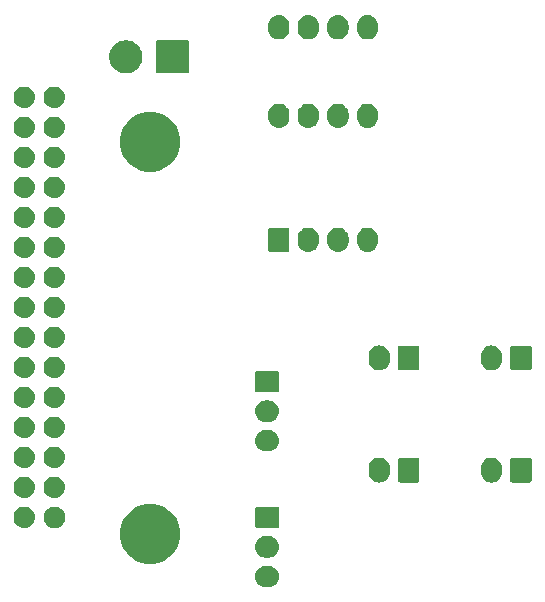
<source format=gbr>
G04 #@! TF.GenerationSoftware,KiCad,Pcbnew,(5.1.4-0-10_14)*
G04 #@! TF.CreationDate,2019-10-10T19:21:02+03:00*
G04 #@! TF.ProjectId,Transfer_Board,5472616e-7366-4657-925f-426f6172642e,rev?*
G04 #@! TF.SameCoordinates,Original*
G04 #@! TF.FileFunction,Soldermask,Top*
G04 #@! TF.FilePolarity,Negative*
%FSLAX46Y46*%
G04 Gerber Fmt 4.6, Leading zero omitted, Abs format (unit mm)*
G04 Created by KiCad (PCBNEW (5.1.4-0-10_14)) date 2019-10-10 19:21:02*
%MOMM*%
%LPD*%
G04 APERTURE LIST*
%ADD10C,0.100000*%
G04 APERTURE END LIST*
D10*
G36*
X125735442Y-95605518D02*
G01*
X125801627Y-95612037D01*
X125971466Y-95663557D01*
X126127991Y-95747222D01*
X126163729Y-95776552D01*
X126265186Y-95859814D01*
X126348448Y-95961271D01*
X126377778Y-95997009D01*
X126461443Y-96153534D01*
X126512963Y-96323373D01*
X126530359Y-96500000D01*
X126512963Y-96676627D01*
X126461443Y-96846466D01*
X126377778Y-97002991D01*
X126348448Y-97038729D01*
X126265186Y-97140186D01*
X126163729Y-97223448D01*
X126127991Y-97252778D01*
X125971466Y-97336443D01*
X125801627Y-97387963D01*
X125735443Y-97394481D01*
X125669260Y-97401000D01*
X125330740Y-97401000D01*
X125264557Y-97394481D01*
X125198373Y-97387963D01*
X125028534Y-97336443D01*
X124872009Y-97252778D01*
X124836271Y-97223448D01*
X124734814Y-97140186D01*
X124651552Y-97038729D01*
X124622222Y-97002991D01*
X124538557Y-96846466D01*
X124487037Y-96676627D01*
X124469641Y-96500000D01*
X124487037Y-96323373D01*
X124538557Y-96153534D01*
X124622222Y-95997009D01*
X124651552Y-95961271D01*
X124734814Y-95859814D01*
X124836271Y-95776552D01*
X124872009Y-95747222D01*
X125028534Y-95663557D01*
X125198373Y-95612037D01*
X125264557Y-95605519D01*
X125330740Y-95599000D01*
X125669260Y-95599000D01*
X125735442Y-95605518D01*
X125735442Y-95605518D01*
G37*
G36*
X116344098Y-90447033D02*
G01*
X116763001Y-90620548D01*
X116808352Y-90639333D01*
X117226168Y-90918509D01*
X117581491Y-91273832D01*
X117852412Y-91679294D01*
X117860668Y-91691650D01*
X118052967Y-92155902D01*
X118151000Y-92648747D01*
X118151000Y-93151253D01*
X118052967Y-93644098D01*
X118049059Y-93653532D01*
X117860667Y-94108352D01*
X117581491Y-94526168D01*
X117226168Y-94881491D01*
X116808352Y-95160667D01*
X116808351Y-95160668D01*
X116808350Y-95160668D01*
X116344098Y-95352967D01*
X115851253Y-95451000D01*
X115348747Y-95451000D01*
X114855902Y-95352967D01*
X114391650Y-95160668D01*
X114391649Y-95160668D01*
X114391648Y-95160667D01*
X113973832Y-94881491D01*
X113618509Y-94526168D01*
X113339333Y-94108352D01*
X113150941Y-93653532D01*
X113147033Y-93644098D01*
X113049000Y-93151253D01*
X113049000Y-92648747D01*
X113147033Y-92155902D01*
X113339332Y-91691650D01*
X113347588Y-91679294D01*
X113618509Y-91273832D01*
X113973832Y-90918509D01*
X114391648Y-90639333D01*
X114436999Y-90620548D01*
X114855902Y-90447033D01*
X115348747Y-90349000D01*
X115851253Y-90349000D01*
X116344098Y-90447033D01*
X116344098Y-90447033D01*
G37*
G36*
X125735442Y-93105518D02*
G01*
X125801627Y-93112037D01*
X125971466Y-93163557D01*
X126127991Y-93247222D01*
X126163729Y-93276552D01*
X126265186Y-93359814D01*
X126348448Y-93461271D01*
X126377778Y-93497009D01*
X126461443Y-93653534D01*
X126512963Y-93823373D01*
X126530359Y-94000000D01*
X126512963Y-94176627D01*
X126461443Y-94346466D01*
X126377778Y-94502991D01*
X126358758Y-94526167D01*
X126265186Y-94640186D01*
X126163729Y-94723448D01*
X126127991Y-94752778D01*
X125971466Y-94836443D01*
X125801627Y-94887963D01*
X125735443Y-94894481D01*
X125669260Y-94901000D01*
X125330740Y-94901000D01*
X125264557Y-94894481D01*
X125198373Y-94887963D01*
X125028534Y-94836443D01*
X124872009Y-94752778D01*
X124836271Y-94723448D01*
X124734814Y-94640186D01*
X124641242Y-94526167D01*
X124622222Y-94502991D01*
X124538557Y-94346466D01*
X124487037Y-94176627D01*
X124469641Y-94000000D01*
X124487037Y-93823373D01*
X124538557Y-93653534D01*
X124622222Y-93497009D01*
X124651552Y-93461271D01*
X124734814Y-93359814D01*
X124836271Y-93276552D01*
X124872009Y-93247222D01*
X125028534Y-93163557D01*
X125198373Y-93112037D01*
X125264558Y-93105518D01*
X125330740Y-93099000D01*
X125669260Y-93099000D01*
X125735442Y-93105518D01*
X125735442Y-93105518D01*
G37*
G36*
X107766778Y-90620547D02*
G01*
X107933224Y-90689491D01*
X108083022Y-90789583D01*
X108210417Y-90916978D01*
X108310509Y-91066776D01*
X108379453Y-91233222D01*
X108414600Y-91409918D01*
X108414600Y-91590082D01*
X108379453Y-91766778D01*
X108310509Y-91933224D01*
X108210417Y-92083022D01*
X108083022Y-92210417D01*
X107933224Y-92310509D01*
X107766778Y-92379453D01*
X107590082Y-92414600D01*
X107409918Y-92414600D01*
X107233222Y-92379453D01*
X107066776Y-92310509D01*
X106916978Y-92210417D01*
X106789583Y-92083022D01*
X106689491Y-91933224D01*
X106620547Y-91766778D01*
X106585400Y-91590082D01*
X106585400Y-91409918D01*
X106620547Y-91233222D01*
X106689491Y-91066776D01*
X106789583Y-90916978D01*
X106916978Y-90789583D01*
X107066776Y-90689491D01*
X107233222Y-90620547D01*
X107409918Y-90585400D01*
X107590082Y-90585400D01*
X107766778Y-90620547D01*
X107766778Y-90620547D01*
G37*
G36*
X105139294Y-90598633D02*
G01*
X105311695Y-90650931D01*
X105470583Y-90735858D01*
X105609849Y-90850151D01*
X105724142Y-90989417D01*
X105809069Y-91148305D01*
X105861367Y-91320706D01*
X105879025Y-91500000D01*
X105861367Y-91679294D01*
X105809069Y-91851695D01*
X105724142Y-92010583D01*
X105609849Y-92149849D01*
X105470583Y-92264142D01*
X105311695Y-92349069D01*
X105139294Y-92401367D01*
X105004931Y-92414600D01*
X104915069Y-92414600D01*
X104780706Y-92401367D01*
X104608305Y-92349069D01*
X104449417Y-92264142D01*
X104310151Y-92149849D01*
X104195858Y-92010583D01*
X104110931Y-91851695D01*
X104058633Y-91679294D01*
X104040975Y-91500000D01*
X104058633Y-91320706D01*
X104110931Y-91148305D01*
X104195858Y-90989417D01*
X104310151Y-90850151D01*
X104449417Y-90735858D01*
X104608305Y-90650931D01*
X104780706Y-90598633D01*
X104915069Y-90585400D01*
X105004931Y-90585400D01*
X105139294Y-90598633D01*
X105139294Y-90598633D01*
G37*
G36*
X126383600Y-90602989D02*
G01*
X126416652Y-90613015D01*
X126447103Y-90629292D01*
X126473799Y-90651201D01*
X126495708Y-90677897D01*
X126511985Y-90708348D01*
X126522011Y-90741400D01*
X126526000Y-90781903D01*
X126526000Y-92218097D01*
X126522011Y-92258600D01*
X126511985Y-92291652D01*
X126495708Y-92322103D01*
X126473799Y-92348799D01*
X126447103Y-92370708D01*
X126416652Y-92386985D01*
X126383600Y-92397011D01*
X126343097Y-92401000D01*
X124656903Y-92401000D01*
X124616400Y-92397011D01*
X124583348Y-92386985D01*
X124552897Y-92370708D01*
X124526201Y-92348799D01*
X124504292Y-92322103D01*
X124488015Y-92291652D01*
X124477989Y-92258600D01*
X124474000Y-92218097D01*
X124474000Y-90781903D01*
X124477989Y-90741400D01*
X124488015Y-90708348D01*
X124504292Y-90677897D01*
X124526201Y-90651201D01*
X124552897Y-90629292D01*
X124583348Y-90613015D01*
X124616400Y-90602989D01*
X124656903Y-90599000D01*
X126343097Y-90599000D01*
X126383600Y-90602989D01*
X126383600Y-90602989D01*
G37*
G36*
X107679294Y-88058633D02*
G01*
X107851695Y-88110931D01*
X108010583Y-88195858D01*
X108149849Y-88310151D01*
X108264142Y-88449417D01*
X108349069Y-88608305D01*
X108401367Y-88780706D01*
X108419025Y-88960000D01*
X108401367Y-89139294D01*
X108349069Y-89311695D01*
X108264142Y-89470583D01*
X108149849Y-89609849D01*
X108010583Y-89724142D01*
X107851695Y-89809069D01*
X107679294Y-89861367D01*
X107544931Y-89874600D01*
X107455069Y-89874600D01*
X107320706Y-89861367D01*
X107148305Y-89809069D01*
X106989417Y-89724142D01*
X106850151Y-89609849D01*
X106735858Y-89470583D01*
X106650931Y-89311695D01*
X106598633Y-89139294D01*
X106580975Y-88960000D01*
X106598633Y-88780706D01*
X106650931Y-88608305D01*
X106735858Y-88449417D01*
X106850151Y-88310151D01*
X106989417Y-88195858D01*
X107148305Y-88110931D01*
X107320706Y-88058633D01*
X107455069Y-88045400D01*
X107544931Y-88045400D01*
X107679294Y-88058633D01*
X107679294Y-88058633D01*
G37*
G36*
X105139294Y-88058633D02*
G01*
X105311695Y-88110931D01*
X105470583Y-88195858D01*
X105609849Y-88310151D01*
X105724142Y-88449417D01*
X105809069Y-88608305D01*
X105861367Y-88780706D01*
X105879025Y-88960000D01*
X105861367Y-89139294D01*
X105809069Y-89311695D01*
X105724142Y-89470583D01*
X105609849Y-89609849D01*
X105470583Y-89724142D01*
X105311695Y-89809069D01*
X105139294Y-89861367D01*
X105004931Y-89874600D01*
X104915069Y-89874600D01*
X104780706Y-89861367D01*
X104608305Y-89809069D01*
X104449417Y-89724142D01*
X104310151Y-89609849D01*
X104195858Y-89470583D01*
X104110931Y-89311695D01*
X104058633Y-89139294D01*
X104040975Y-88960000D01*
X104058633Y-88780706D01*
X104110931Y-88608305D01*
X104195858Y-88449417D01*
X104310151Y-88310151D01*
X104449417Y-88195858D01*
X104608305Y-88110931D01*
X104780706Y-88058633D01*
X104915069Y-88045400D01*
X105004931Y-88045400D01*
X105139294Y-88058633D01*
X105139294Y-88058633D01*
G37*
G36*
X135176627Y-86462037D02*
G01*
X135346466Y-86513557D01*
X135502991Y-86597222D01*
X135538729Y-86626552D01*
X135640186Y-86709814D01*
X135690970Y-86771696D01*
X135752778Y-86847009D01*
X135836443Y-87003534D01*
X135887963Y-87173374D01*
X135901000Y-87305743D01*
X135901000Y-87694258D01*
X135887963Y-87826627D01*
X135836443Y-87996466D01*
X135752778Y-88152991D01*
X135723448Y-88188729D01*
X135640186Y-88290186D01*
X135502989Y-88402779D01*
X135346467Y-88486442D01*
X135346465Y-88486443D01*
X135176626Y-88537963D01*
X135000000Y-88555359D01*
X134823373Y-88537963D01*
X134653534Y-88486443D01*
X134497009Y-88402778D01*
X134454750Y-88368097D01*
X134359814Y-88290186D01*
X134247221Y-88152989D01*
X134163558Y-87996467D01*
X134163557Y-87996465D01*
X134112037Y-87826626D01*
X134099000Y-87694257D01*
X134099000Y-87305742D01*
X134112037Y-87173373D01*
X134163557Y-87003534D01*
X134247222Y-86847009D01*
X134359815Y-86709815D01*
X134497010Y-86597222D01*
X134653535Y-86513557D01*
X134823374Y-86462037D01*
X135000000Y-86444641D01*
X135176627Y-86462037D01*
X135176627Y-86462037D01*
G37*
G36*
X144676627Y-86462037D02*
G01*
X144846466Y-86513557D01*
X145002991Y-86597222D01*
X145038729Y-86626552D01*
X145140186Y-86709814D01*
X145190970Y-86771696D01*
X145252778Y-86847009D01*
X145336443Y-87003534D01*
X145387963Y-87173374D01*
X145401000Y-87305743D01*
X145401000Y-87694258D01*
X145387963Y-87826627D01*
X145336443Y-87996466D01*
X145252778Y-88152991D01*
X145223448Y-88188729D01*
X145140186Y-88290186D01*
X145002989Y-88402779D01*
X144846467Y-88486442D01*
X144846465Y-88486443D01*
X144676626Y-88537963D01*
X144500000Y-88555359D01*
X144323373Y-88537963D01*
X144153534Y-88486443D01*
X143997009Y-88402778D01*
X143954750Y-88368097D01*
X143859814Y-88290186D01*
X143747221Y-88152989D01*
X143663558Y-87996467D01*
X143663557Y-87996465D01*
X143612037Y-87826626D01*
X143599000Y-87694257D01*
X143599000Y-87305742D01*
X143612037Y-87173373D01*
X143663557Y-87003534D01*
X143747222Y-86847009D01*
X143859815Y-86709815D01*
X143997010Y-86597222D01*
X144153535Y-86513557D01*
X144323374Y-86462037D01*
X144500000Y-86444641D01*
X144676627Y-86462037D01*
X144676627Y-86462037D01*
G37*
G36*
X147758600Y-86452989D02*
G01*
X147791652Y-86463015D01*
X147822103Y-86479292D01*
X147848799Y-86501201D01*
X147870708Y-86527897D01*
X147886985Y-86558348D01*
X147897011Y-86591400D01*
X147901000Y-86631903D01*
X147901000Y-88368097D01*
X147897011Y-88408600D01*
X147886985Y-88441652D01*
X147870708Y-88472103D01*
X147848799Y-88498799D01*
X147822103Y-88520708D01*
X147791652Y-88536985D01*
X147758600Y-88547011D01*
X147718097Y-88551000D01*
X146281903Y-88551000D01*
X146241400Y-88547011D01*
X146208348Y-88536985D01*
X146177897Y-88520708D01*
X146151201Y-88498799D01*
X146129292Y-88472103D01*
X146113015Y-88441652D01*
X146102989Y-88408600D01*
X146099000Y-88368097D01*
X146099000Y-86631903D01*
X146102989Y-86591400D01*
X146113015Y-86558348D01*
X146129292Y-86527897D01*
X146151201Y-86501201D01*
X146177897Y-86479292D01*
X146208348Y-86463015D01*
X146241400Y-86452989D01*
X146281903Y-86449000D01*
X147718097Y-86449000D01*
X147758600Y-86452989D01*
X147758600Y-86452989D01*
G37*
G36*
X138258600Y-86452989D02*
G01*
X138291652Y-86463015D01*
X138322103Y-86479292D01*
X138348799Y-86501201D01*
X138370708Y-86527897D01*
X138386985Y-86558348D01*
X138397011Y-86591400D01*
X138401000Y-86631903D01*
X138401000Y-88368097D01*
X138397011Y-88408600D01*
X138386985Y-88441652D01*
X138370708Y-88472103D01*
X138348799Y-88498799D01*
X138322103Y-88520708D01*
X138291652Y-88536985D01*
X138258600Y-88547011D01*
X138218097Y-88551000D01*
X136781903Y-88551000D01*
X136741400Y-88547011D01*
X136708348Y-88536985D01*
X136677897Y-88520708D01*
X136651201Y-88498799D01*
X136629292Y-88472103D01*
X136613015Y-88441652D01*
X136602989Y-88408600D01*
X136599000Y-88368097D01*
X136599000Y-86631903D01*
X136602989Y-86591400D01*
X136613015Y-86558348D01*
X136629292Y-86527897D01*
X136651201Y-86501201D01*
X136677897Y-86479292D01*
X136708348Y-86463015D01*
X136741400Y-86452989D01*
X136781903Y-86449000D01*
X138218097Y-86449000D01*
X138258600Y-86452989D01*
X138258600Y-86452989D01*
G37*
G36*
X107679294Y-85518633D02*
G01*
X107851695Y-85570931D01*
X108010583Y-85655858D01*
X108149849Y-85770151D01*
X108264142Y-85909417D01*
X108349069Y-86068305D01*
X108401367Y-86240706D01*
X108419025Y-86420000D01*
X108401367Y-86599294D01*
X108349069Y-86771695D01*
X108264142Y-86930583D01*
X108149849Y-87069849D01*
X108010583Y-87184142D01*
X107851695Y-87269069D01*
X107679294Y-87321367D01*
X107544931Y-87334600D01*
X107455069Y-87334600D01*
X107320706Y-87321367D01*
X107148305Y-87269069D01*
X106989417Y-87184142D01*
X106850151Y-87069849D01*
X106735858Y-86930583D01*
X106650931Y-86771695D01*
X106598633Y-86599294D01*
X106580975Y-86420000D01*
X106598633Y-86240706D01*
X106650931Y-86068305D01*
X106735858Y-85909417D01*
X106850151Y-85770151D01*
X106989417Y-85655858D01*
X107148305Y-85570931D01*
X107320706Y-85518633D01*
X107455069Y-85505400D01*
X107544931Y-85505400D01*
X107679294Y-85518633D01*
X107679294Y-85518633D01*
G37*
G36*
X105139294Y-85518633D02*
G01*
X105311695Y-85570931D01*
X105470583Y-85655858D01*
X105609849Y-85770151D01*
X105724142Y-85909417D01*
X105809069Y-86068305D01*
X105861367Y-86240706D01*
X105879025Y-86420000D01*
X105861367Y-86599294D01*
X105809069Y-86771695D01*
X105724142Y-86930583D01*
X105609849Y-87069849D01*
X105470583Y-87184142D01*
X105311695Y-87269069D01*
X105139294Y-87321367D01*
X105004931Y-87334600D01*
X104915069Y-87334600D01*
X104780706Y-87321367D01*
X104608305Y-87269069D01*
X104449417Y-87184142D01*
X104310151Y-87069849D01*
X104195858Y-86930583D01*
X104110931Y-86771695D01*
X104058633Y-86599294D01*
X104040975Y-86420000D01*
X104058633Y-86240706D01*
X104110931Y-86068305D01*
X104195858Y-85909417D01*
X104310151Y-85770151D01*
X104449417Y-85655858D01*
X104608305Y-85570931D01*
X104780706Y-85518633D01*
X104915069Y-85505400D01*
X105004931Y-85505400D01*
X105139294Y-85518633D01*
X105139294Y-85518633D01*
G37*
G36*
X125735443Y-84105519D02*
G01*
X125801627Y-84112037D01*
X125971466Y-84163557D01*
X126127991Y-84247222D01*
X126163729Y-84276552D01*
X126265186Y-84359814D01*
X126348448Y-84461271D01*
X126377778Y-84497009D01*
X126461443Y-84653534D01*
X126512963Y-84823373D01*
X126530359Y-85000000D01*
X126512963Y-85176627D01*
X126461443Y-85346466D01*
X126377778Y-85502991D01*
X126364940Y-85518634D01*
X126265186Y-85640186D01*
X126163729Y-85723448D01*
X126127991Y-85752778D01*
X125971466Y-85836443D01*
X125801627Y-85887963D01*
X125735443Y-85894481D01*
X125669260Y-85901000D01*
X125330740Y-85901000D01*
X125264557Y-85894481D01*
X125198373Y-85887963D01*
X125028534Y-85836443D01*
X124872009Y-85752778D01*
X124836271Y-85723448D01*
X124734814Y-85640186D01*
X124635060Y-85518634D01*
X124622222Y-85502991D01*
X124538557Y-85346466D01*
X124487037Y-85176627D01*
X124469641Y-85000000D01*
X124487037Y-84823373D01*
X124538557Y-84653534D01*
X124622222Y-84497009D01*
X124651552Y-84461271D01*
X124734814Y-84359814D01*
X124836271Y-84276552D01*
X124872009Y-84247222D01*
X125028534Y-84163557D01*
X125198373Y-84112037D01*
X125264557Y-84105519D01*
X125330740Y-84099000D01*
X125669260Y-84099000D01*
X125735443Y-84105519D01*
X125735443Y-84105519D01*
G37*
G36*
X105139294Y-82978633D02*
G01*
X105311695Y-83030931D01*
X105470583Y-83115858D01*
X105609849Y-83230151D01*
X105724142Y-83369417D01*
X105809069Y-83528305D01*
X105861367Y-83700706D01*
X105879025Y-83880000D01*
X105861367Y-84059294D01*
X105809069Y-84231695D01*
X105724142Y-84390583D01*
X105609849Y-84529849D01*
X105470583Y-84644142D01*
X105311695Y-84729069D01*
X105139294Y-84781367D01*
X105004931Y-84794600D01*
X104915069Y-84794600D01*
X104780706Y-84781367D01*
X104608305Y-84729069D01*
X104449417Y-84644142D01*
X104310151Y-84529849D01*
X104195858Y-84390583D01*
X104110931Y-84231695D01*
X104058633Y-84059294D01*
X104040975Y-83880000D01*
X104058633Y-83700706D01*
X104110931Y-83528305D01*
X104195858Y-83369417D01*
X104310151Y-83230151D01*
X104449417Y-83115858D01*
X104608305Y-83030931D01*
X104780706Y-82978633D01*
X104915069Y-82965400D01*
X105004931Y-82965400D01*
X105139294Y-82978633D01*
X105139294Y-82978633D01*
G37*
G36*
X107679294Y-82978633D02*
G01*
X107851695Y-83030931D01*
X108010583Y-83115858D01*
X108149849Y-83230151D01*
X108264142Y-83369417D01*
X108349069Y-83528305D01*
X108401367Y-83700706D01*
X108419025Y-83880000D01*
X108401367Y-84059294D01*
X108349069Y-84231695D01*
X108264142Y-84390583D01*
X108149849Y-84529849D01*
X108010583Y-84644142D01*
X107851695Y-84729069D01*
X107679294Y-84781367D01*
X107544931Y-84794600D01*
X107455069Y-84794600D01*
X107320706Y-84781367D01*
X107148305Y-84729069D01*
X106989417Y-84644142D01*
X106850151Y-84529849D01*
X106735858Y-84390583D01*
X106650931Y-84231695D01*
X106598633Y-84059294D01*
X106580975Y-83880000D01*
X106598633Y-83700706D01*
X106650931Y-83528305D01*
X106735858Y-83369417D01*
X106850151Y-83230151D01*
X106989417Y-83115858D01*
X107148305Y-83030931D01*
X107320706Y-82978633D01*
X107455069Y-82965400D01*
X107544931Y-82965400D01*
X107679294Y-82978633D01*
X107679294Y-82978633D01*
G37*
G36*
X125735442Y-81605518D02*
G01*
X125801627Y-81612037D01*
X125971466Y-81663557D01*
X126127991Y-81747222D01*
X126163729Y-81776552D01*
X126265186Y-81859814D01*
X126348448Y-81961271D01*
X126377778Y-81997009D01*
X126461443Y-82153534D01*
X126512963Y-82323373D01*
X126530359Y-82500000D01*
X126512963Y-82676627D01*
X126461443Y-82846466D01*
X126377778Y-83002991D01*
X126354848Y-83030931D01*
X126265186Y-83140186D01*
X126163729Y-83223448D01*
X126127991Y-83252778D01*
X125971466Y-83336443D01*
X125801627Y-83387963D01*
X125735443Y-83394481D01*
X125669260Y-83401000D01*
X125330740Y-83401000D01*
X125264557Y-83394481D01*
X125198373Y-83387963D01*
X125028534Y-83336443D01*
X124872009Y-83252778D01*
X124836271Y-83223448D01*
X124734814Y-83140186D01*
X124645152Y-83030931D01*
X124622222Y-83002991D01*
X124538557Y-82846466D01*
X124487037Y-82676627D01*
X124469641Y-82500000D01*
X124487037Y-82323373D01*
X124538557Y-82153534D01*
X124622222Y-81997009D01*
X124651552Y-81961271D01*
X124734814Y-81859814D01*
X124836271Y-81776552D01*
X124872009Y-81747222D01*
X125028534Y-81663557D01*
X125198373Y-81612037D01*
X125264558Y-81605518D01*
X125330740Y-81599000D01*
X125669260Y-81599000D01*
X125735442Y-81605518D01*
X125735442Y-81605518D01*
G37*
G36*
X105139294Y-80438633D02*
G01*
X105311695Y-80490931D01*
X105470583Y-80575858D01*
X105609849Y-80690151D01*
X105724142Y-80829417D01*
X105809069Y-80988305D01*
X105861367Y-81160706D01*
X105879025Y-81340000D01*
X105861367Y-81519294D01*
X105809069Y-81691695D01*
X105724142Y-81850583D01*
X105609849Y-81989849D01*
X105470583Y-82104142D01*
X105311695Y-82189069D01*
X105139294Y-82241367D01*
X105004931Y-82254600D01*
X104915069Y-82254600D01*
X104780706Y-82241367D01*
X104608305Y-82189069D01*
X104449417Y-82104142D01*
X104310151Y-81989849D01*
X104195858Y-81850583D01*
X104110931Y-81691695D01*
X104058633Y-81519294D01*
X104040975Y-81340000D01*
X104058633Y-81160706D01*
X104110931Y-80988305D01*
X104195858Y-80829417D01*
X104310151Y-80690151D01*
X104449417Y-80575858D01*
X104608305Y-80490931D01*
X104780706Y-80438633D01*
X104915069Y-80425400D01*
X105004931Y-80425400D01*
X105139294Y-80438633D01*
X105139294Y-80438633D01*
G37*
G36*
X107679294Y-80438633D02*
G01*
X107851695Y-80490931D01*
X108010583Y-80575858D01*
X108149849Y-80690151D01*
X108264142Y-80829417D01*
X108349069Y-80988305D01*
X108401367Y-81160706D01*
X108419025Y-81340000D01*
X108401367Y-81519294D01*
X108349069Y-81691695D01*
X108264142Y-81850583D01*
X108149849Y-81989849D01*
X108010583Y-82104142D01*
X107851695Y-82189069D01*
X107679294Y-82241367D01*
X107544931Y-82254600D01*
X107455069Y-82254600D01*
X107320706Y-82241367D01*
X107148305Y-82189069D01*
X106989417Y-82104142D01*
X106850151Y-81989849D01*
X106735858Y-81850583D01*
X106650931Y-81691695D01*
X106598633Y-81519294D01*
X106580975Y-81340000D01*
X106598633Y-81160706D01*
X106650931Y-80988305D01*
X106735858Y-80829417D01*
X106850151Y-80690151D01*
X106989417Y-80575858D01*
X107148305Y-80490931D01*
X107320706Y-80438633D01*
X107455069Y-80425400D01*
X107544931Y-80425400D01*
X107679294Y-80438633D01*
X107679294Y-80438633D01*
G37*
G36*
X126383600Y-79102989D02*
G01*
X126416652Y-79113015D01*
X126447103Y-79129292D01*
X126473799Y-79151201D01*
X126495708Y-79177897D01*
X126511985Y-79208348D01*
X126522011Y-79241400D01*
X126526000Y-79281903D01*
X126526000Y-80718097D01*
X126522011Y-80758600D01*
X126511985Y-80791652D01*
X126495708Y-80822103D01*
X126473799Y-80848799D01*
X126447103Y-80870708D01*
X126416652Y-80886985D01*
X126383600Y-80897011D01*
X126343097Y-80901000D01*
X124656903Y-80901000D01*
X124616400Y-80897011D01*
X124583348Y-80886985D01*
X124552897Y-80870708D01*
X124526201Y-80848799D01*
X124504292Y-80822103D01*
X124488015Y-80791652D01*
X124477989Y-80758600D01*
X124474000Y-80718097D01*
X124474000Y-79281903D01*
X124477989Y-79241400D01*
X124488015Y-79208348D01*
X124504292Y-79177897D01*
X124526201Y-79151201D01*
X124552897Y-79129292D01*
X124583348Y-79113015D01*
X124616400Y-79102989D01*
X124656903Y-79099000D01*
X126343097Y-79099000D01*
X126383600Y-79102989D01*
X126383600Y-79102989D01*
G37*
G36*
X107679294Y-77898633D02*
G01*
X107851695Y-77950931D01*
X108010583Y-78035858D01*
X108149849Y-78150151D01*
X108264142Y-78289417D01*
X108349069Y-78448305D01*
X108401367Y-78620706D01*
X108419025Y-78800000D01*
X108401367Y-78979294D01*
X108349069Y-79151695D01*
X108264142Y-79310583D01*
X108149849Y-79449849D01*
X108010583Y-79564142D01*
X107851695Y-79649069D01*
X107679294Y-79701367D01*
X107544931Y-79714600D01*
X107455069Y-79714600D01*
X107320706Y-79701367D01*
X107148305Y-79649069D01*
X106989417Y-79564142D01*
X106850151Y-79449849D01*
X106735858Y-79310583D01*
X106650931Y-79151695D01*
X106598633Y-78979294D01*
X106580975Y-78800000D01*
X106598633Y-78620706D01*
X106650931Y-78448305D01*
X106735858Y-78289417D01*
X106850151Y-78150151D01*
X106989417Y-78035858D01*
X107148305Y-77950931D01*
X107320706Y-77898633D01*
X107455069Y-77885400D01*
X107544931Y-77885400D01*
X107679294Y-77898633D01*
X107679294Y-77898633D01*
G37*
G36*
X105139294Y-77898633D02*
G01*
X105311695Y-77950931D01*
X105470583Y-78035858D01*
X105609849Y-78150151D01*
X105724142Y-78289417D01*
X105809069Y-78448305D01*
X105861367Y-78620706D01*
X105879025Y-78800000D01*
X105861367Y-78979294D01*
X105809069Y-79151695D01*
X105724142Y-79310583D01*
X105609849Y-79449849D01*
X105470583Y-79564142D01*
X105311695Y-79649069D01*
X105139294Y-79701367D01*
X105004931Y-79714600D01*
X104915069Y-79714600D01*
X104780706Y-79701367D01*
X104608305Y-79649069D01*
X104449417Y-79564142D01*
X104310151Y-79449849D01*
X104195858Y-79310583D01*
X104110931Y-79151695D01*
X104058633Y-78979294D01*
X104040975Y-78800000D01*
X104058633Y-78620706D01*
X104110931Y-78448305D01*
X104195858Y-78289417D01*
X104310151Y-78150151D01*
X104449417Y-78035858D01*
X104608305Y-77950931D01*
X104780706Y-77898633D01*
X104915069Y-77885400D01*
X105004931Y-77885400D01*
X105139294Y-77898633D01*
X105139294Y-77898633D01*
G37*
G36*
X144676627Y-76962037D02*
G01*
X144846466Y-77013557D01*
X145002991Y-77097222D01*
X145038729Y-77126552D01*
X145140186Y-77209814D01*
X145223448Y-77311271D01*
X145252778Y-77347009D01*
X145336443Y-77503534D01*
X145387963Y-77673374D01*
X145401000Y-77805743D01*
X145401000Y-78194258D01*
X145387963Y-78326627D01*
X145336443Y-78496466D01*
X145252778Y-78652991D01*
X145223448Y-78688729D01*
X145140186Y-78790186D01*
X145002989Y-78902779D01*
X144859842Y-78979293D01*
X144846465Y-78986443D01*
X144676626Y-79037963D01*
X144500000Y-79055359D01*
X144323373Y-79037963D01*
X144153534Y-78986443D01*
X143997009Y-78902778D01*
X143954750Y-78868097D01*
X143859814Y-78790186D01*
X143747221Y-78652989D01*
X143663558Y-78496467D01*
X143648948Y-78448304D01*
X143612037Y-78326626D01*
X143599000Y-78194257D01*
X143599000Y-77805742D01*
X143612037Y-77673373D01*
X143663557Y-77503534D01*
X143747222Y-77347009D01*
X143859815Y-77209815D01*
X143997010Y-77097222D01*
X144153535Y-77013557D01*
X144323374Y-76962037D01*
X144500000Y-76944641D01*
X144676627Y-76962037D01*
X144676627Y-76962037D01*
G37*
G36*
X135176627Y-76962037D02*
G01*
X135346466Y-77013557D01*
X135502991Y-77097222D01*
X135538729Y-77126552D01*
X135640186Y-77209814D01*
X135723448Y-77311271D01*
X135752778Y-77347009D01*
X135836443Y-77503534D01*
X135887963Y-77673374D01*
X135901000Y-77805743D01*
X135901000Y-78194258D01*
X135887963Y-78326627D01*
X135836443Y-78496466D01*
X135752778Y-78652991D01*
X135723448Y-78688729D01*
X135640186Y-78790186D01*
X135502989Y-78902779D01*
X135359842Y-78979293D01*
X135346465Y-78986443D01*
X135176626Y-79037963D01*
X135000000Y-79055359D01*
X134823373Y-79037963D01*
X134653534Y-78986443D01*
X134497009Y-78902778D01*
X134454750Y-78868097D01*
X134359814Y-78790186D01*
X134247221Y-78652989D01*
X134163558Y-78496467D01*
X134148948Y-78448304D01*
X134112037Y-78326626D01*
X134099000Y-78194257D01*
X134099000Y-77805742D01*
X134112037Y-77673373D01*
X134163557Y-77503534D01*
X134247222Y-77347009D01*
X134359815Y-77209815D01*
X134497010Y-77097222D01*
X134653535Y-77013557D01*
X134823374Y-76962037D01*
X135000000Y-76944641D01*
X135176627Y-76962037D01*
X135176627Y-76962037D01*
G37*
G36*
X147758600Y-76952989D02*
G01*
X147791652Y-76963015D01*
X147822103Y-76979292D01*
X147848799Y-77001201D01*
X147870708Y-77027897D01*
X147886985Y-77058348D01*
X147897011Y-77091400D01*
X147901000Y-77131903D01*
X147901000Y-78868097D01*
X147897011Y-78908600D01*
X147886985Y-78941652D01*
X147870708Y-78972103D01*
X147848799Y-78998799D01*
X147822103Y-79020708D01*
X147791652Y-79036985D01*
X147758600Y-79047011D01*
X147718097Y-79051000D01*
X146281903Y-79051000D01*
X146241400Y-79047011D01*
X146208348Y-79036985D01*
X146177897Y-79020708D01*
X146151201Y-78998799D01*
X146129292Y-78972103D01*
X146113015Y-78941652D01*
X146102989Y-78908600D01*
X146099000Y-78868097D01*
X146099000Y-77131903D01*
X146102989Y-77091400D01*
X146113015Y-77058348D01*
X146129292Y-77027897D01*
X146151201Y-77001201D01*
X146177897Y-76979292D01*
X146208348Y-76963015D01*
X146241400Y-76952989D01*
X146281903Y-76949000D01*
X147718097Y-76949000D01*
X147758600Y-76952989D01*
X147758600Y-76952989D01*
G37*
G36*
X138258600Y-76952989D02*
G01*
X138291652Y-76963015D01*
X138322103Y-76979292D01*
X138348799Y-77001201D01*
X138370708Y-77027897D01*
X138386985Y-77058348D01*
X138397011Y-77091400D01*
X138401000Y-77131903D01*
X138401000Y-78868097D01*
X138397011Y-78908600D01*
X138386985Y-78941652D01*
X138370708Y-78972103D01*
X138348799Y-78998799D01*
X138322103Y-79020708D01*
X138291652Y-79036985D01*
X138258600Y-79047011D01*
X138218097Y-79051000D01*
X136781903Y-79051000D01*
X136741400Y-79047011D01*
X136708348Y-79036985D01*
X136677897Y-79020708D01*
X136651201Y-78998799D01*
X136629292Y-78972103D01*
X136613015Y-78941652D01*
X136602989Y-78908600D01*
X136599000Y-78868097D01*
X136599000Y-77131903D01*
X136602989Y-77091400D01*
X136613015Y-77058348D01*
X136629292Y-77027897D01*
X136651201Y-77001201D01*
X136677897Y-76979292D01*
X136708348Y-76963015D01*
X136741400Y-76952989D01*
X136781903Y-76949000D01*
X138218097Y-76949000D01*
X138258600Y-76952989D01*
X138258600Y-76952989D01*
G37*
G36*
X107679294Y-75358633D02*
G01*
X107851695Y-75410931D01*
X108010583Y-75495858D01*
X108149849Y-75610151D01*
X108264142Y-75749417D01*
X108349069Y-75908305D01*
X108401367Y-76080706D01*
X108419025Y-76260000D01*
X108401367Y-76439294D01*
X108349069Y-76611695D01*
X108264142Y-76770583D01*
X108149849Y-76909849D01*
X108010583Y-77024142D01*
X107851695Y-77109069D01*
X107679294Y-77161367D01*
X107544931Y-77174600D01*
X107455069Y-77174600D01*
X107320706Y-77161367D01*
X107148305Y-77109069D01*
X106989417Y-77024142D01*
X106850151Y-76909849D01*
X106735858Y-76770583D01*
X106650931Y-76611695D01*
X106598633Y-76439294D01*
X106580975Y-76260000D01*
X106598633Y-76080706D01*
X106650931Y-75908305D01*
X106735858Y-75749417D01*
X106850151Y-75610151D01*
X106989417Y-75495858D01*
X107148305Y-75410931D01*
X107320706Y-75358633D01*
X107455069Y-75345400D01*
X107544931Y-75345400D01*
X107679294Y-75358633D01*
X107679294Y-75358633D01*
G37*
G36*
X105139294Y-75358633D02*
G01*
X105311695Y-75410931D01*
X105470583Y-75495858D01*
X105609849Y-75610151D01*
X105724142Y-75749417D01*
X105809069Y-75908305D01*
X105861367Y-76080706D01*
X105879025Y-76260000D01*
X105861367Y-76439294D01*
X105809069Y-76611695D01*
X105724142Y-76770583D01*
X105609849Y-76909849D01*
X105470583Y-77024142D01*
X105311695Y-77109069D01*
X105139294Y-77161367D01*
X105004931Y-77174600D01*
X104915069Y-77174600D01*
X104780706Y-77161367D01*
X104608305Y-77109069D01*
X104449417Y-77024142D01*
X104310151Y-76909849D01*
X104195858Y-76770583D01*
X104110931Y-76611695D01*
X104058633Y-76439294D01*
X104040975Y-76260000D01*
X104058633Y-76080706D01*
X104110931Y-75908305D01*
X104195858Y-75749417D01*
X104310151Y-75610151D01*
X104449417Y-75495858D01*
X104608305Y-75410931D01*
X104780706Y-75358633D01*
X104915069Y-75345400D01*
X105004931Y-75345400D01*
X105139294Y-75358633D01*
X105139294Y-75358633D01*
G37*
G36*
X107679294Y-72818633D02*
G01*
X107851695Y-72870931D01*
X108010583Y-72955858D01*
X108149849Y-73070151D01*
X108264142Y-73209417D01*
X108349069Y-73368305D01*
X108401367Y-73540706D01*
X108419025Y-73720000D01*
X108401367Y-73899294D01*
X108349069Y-74071695D01*
X108264142Y-74230583D01*
X108149849Y-74369849D01*
X108010583Y-74484142D01*
X107851695Y-74569069D01*
X107679294Y-74621367D01*
X107544931Y-74634600D01*
X107455069Y-74634600D01*
X107320706Y-74621367D01*
X107148305Y-74569069D01*
X106989417Y-74484142D01*
X106850151Y-74369849D01*
X106735858Y-74230583D01*
X106650931Y-74071695D01*
X106598633Y-73899294D01*
X106580975Y-73720000D01*
X106598633Y-73540706D01*
X106650931Y-73368305D01*
X106735858Y-73209417D01*
X106850151Y-73070151D01*
X106989417Y-72955858D01*
X107148305Y-72870931D01*
X107320706Y-72818633D01*
X107455069Y-72805400D01*
X107544931Y-72805400D01*
X107679294Y-72818633D01*
X107679294Y-72818633D01*
G37*
G36*
X105139294Y-72818633D02*
G01*
X105311695Y-72870931D01*
X105470583Y-72955858D01*
X105609849Y-73070151D01*
X105724142Y-73209417D01*
X105809069Y-73368305D01*
X105861367Y-73540706D01*
X105879025Y-73720000D01*
X105861367Y-73899294D01*
X105809069Y-74071695D01*
X105724142Y-74230583D01*
X105609849Y-74369849D01*
X105470583Y-74484142D01*
X105311695Y-74569069D01*
X105139294Y-74621367D01*
X105004931Y-74634600D01*
X104915069Y-74634600D01*
X104780706Y-74621367D01*
X104608305Y-74569069D01*
X104449417Y-74484142D01*
X104310151Y-74369849D01*
X104195858Y-74230583D01*
X104110931Y-74071695D01*
X104058633Y-73899294D01*
X104040975Y-73720000D01*
X104058633Y-73540706D01*
X104110931Y-73368305D01*
X104195858Y-73209417D01*
X104310151Y-73070151D01*
X104449417Y-72955858D01*
X104608305Y-72870931D01*
X104780706Y-72818633D01*
X104915069Y-72805400D01*
X105004931Y-72805400D01*
X105139294Y-72818633D01*
X105139294Y-72818633D01*
G37*
G36*
X105139294Y-70278633D02*
G01*
X105311695Y-70330931D01*
X105470583Y-70415858D01*
X105609849Y-70530151D01*
X105724142Y-70669417D01*
X105809069Y-70828305D01*
X105861367Y-71000706D01*
X105879025Y-71180000D01*
X105861367Y-71359294D01*
X105809069Y-71531695D01*
X105724142Y-71690583D01*
X105609849Y-71829849D01*
X105470583Y-71944142D01*
X105311695Y-72029069D01*
X105139294Y-72081367D01*
X105004931Y-72094600D01*
X104915069Y-72094600D01*
X104780706Y-72081367D01*
X104608305Y-72029069D01*
X104449417Y-71944142D01*
X104310151Y-71829849D01*
X104195858Y-71690583D01*
X104110931Y-71531695D01*
X104058633Y-71359294D01*
X104040975Y-71180000D01*
X104058633Y-71000706D01*
X104110931Y-70828305D01*
X104195858Y-70669417D01*
X104310151Y-70530151D01*
X104449417Y-70415858D01*
X104608305Y-70330931D01*
X104780706Y-70278633D01*
X104915069Y-70265400D01*
X105004931Y-70265400D01*
X105139294Y-70278633D01*
X105139294Y-70278633D01*
G37*
G36*
X107679294Y-70278633D02*
G01*
X107851695Y-70330931D01*
X108010583Y-70415858D01*
X108149849Y-70530151D01*
X108264142Y-70669417D01*
X108349069Y-70828305D01*
X108401367Y-71000706D01*
X108419025Y-71180000D01*
X108401367Y-71359294D01*
X108349069Y-71531695D01*
X108264142Y-71690583D01*
X108149849Y-71829849D01*
X108010583Y-71944142D01*
X107851695Y-72029069D01*
X107679294Y-72081367D01*
X107544931Y-72094600D01*
X107455069Y-72094600D01*
X107320706Y-72081367D01*
X107148305Y-72029069D01*
X106989417Y-71944142D01*
X106850151Y-71829849D01*
X106735858Y-71690583D01*
X106650931Y-71531695D01*
X106598633Y-71359294D01*
X106580975Y-71180000D01*
X106598633Y-71000706D01*
X106650931Y-70828305D01*
X106735858Y-70669417D01*
X106850151Y-70530151D01*
X106989417Y-70415858D01*
X107148305Y-70330931D01*
X107320706Y-70278633D01*
X107455069Y-70265400D01*
X107544931Y-70265400D01*
X107679294Y-70278633D01*
X107679294Y-70278633D01*
G37*
G36*
X105139294Y-67738633D02*
G01*
X105311695Y-67790931D01*
X105470583Y-67875858D01*
X105609849Y-67990151D01*
X105724142Y-68129417D01*
X105809069Y-68288305D01*
X105861367Y-68460706D01*
X105879025Y-68640000D01*
X105861367Y-68819294D01*
X105809069Y-68991695D01*
X105724142Y-69150583D01*
X105609849Y-69289849D01*
X105470583Y-69404142D01*
X105311695Y-69489069D01*
X105139294Y-69541367D01*
X105004931Y-69554600D01*
X104915069Y-69554600D01*
X104780706Y-69541367D01*
X104608305Y-69489069D01*
X104449417Y-69404142D01*
X104310151Y-69289849D01*
X104195858Y-69150583D01*
X104110931Y-68991695D01*
X104058633Y-68819294D01*
X104040975Y-68640000D01*
X104058633Y-68460706D01*
X104110931Y-68288305D01*
X104195858Y-68129417D01*
X104310151Y-67990151D01*
X104449417Y-67875858D01*
X104608305Y-67790931D01*
X104780706Y-67738633D01*
X104915069Y-67725400D01*
X105004931Y-67725400D01*
X105139294Y-67738633D01*
X105139294Y-67738633D01*
G37*
G36*
X107679294Y-67738633D02*
G01*
X107851695Y-67790931D01*
X108010583Y-67875858D01*
X108149849Y-67990151D01*
X108264142Y-68129417D01*
X108349069Y-68288305D01*
X108401367Y-68460706D01*
X108419025Y-68640000D01*
X108401367Y-68819294D01*
X108349069Y-68991695D01*
X108264142Y-69150583D01*
X108149849Y-69289849D01*
X108010583Y-69404142D01*
X107851695Y-69489069D01*
X107679294Y-69541367D01*
X107544931Y-69554600D01*
X107455069Y-69554600D01*
X107320706Y-69541367D01*
X107148305Y-69489069D01*
X106989417Y-69404142D01*
X106850151Y-69289849D01*
X106735858Y-69150583D01*
X106650931Y-68991695D01*
X106598633Y-68819294D01*
X106580975Y-68640000D01*
X106598633Y-68460706D01*
X106650931Y-68288305D01*
X106735858Y-68129417D01*
X106850151Y-67990151D01*
X106989417Y-67875858D01*
X107148305Y-67790931D01*
X107320706Y-67738633D01*
X107455069Y-67725400D01*
X107544931Y-67725400D01*
X107679294Y-67738633D01*
X107679294Y-67738633D01*
G37*
G36*
X134176626Y-66987037D02*
G01*
X134346465Y-67038557D01*
X134346467Y-67038558D01*
X134502989Y-67122221D01*
X134640186Y-67234814D01*
X134723448Y-67336271D01*
X134752778Y-67372009D01*
X134836443Y-67528534D01*
X134887963Y-67698373D01*
X134901000Y-67830742D01*
X134901000Y-68169257D01*
X134887963Y-68301626D01*
X134836443Y-68471466D01*
X134752778Y-68627991D01*
X134742922Y-68640000D01*
X134640186Y-68765186D01*
X134545250Y-68843097D01*
X134502991Y-68877778D01*
X134346466Y-68961443D01*
X134176627Y-69012963D01*
X134000000Y-69030359D01*
X133823374Y-69012963D01*
X133653535Y-68961443D01*
X133497010Y-68877778D01*
X133359815Y-68765185D01*
X133247222Y-68627991D01*
X133163557Y-68471466D01*
X133112037Y-68301627D01*
X133099000Y-68169258D01*
X133099000Y-67830743D01*
X133112037Y-67698374D01*
X133163557Y-67528535D01*
X133247222Y-67372010D01*
X133247223Y-67372009D01*
X133359814Y-67234814D01*
X133461271Y-67151552D01*
X133497009Y-67122222D01*
X133653534Y-67038557D01*
X133823373Y-66987037D01*
X134000000Y-66969641D01*
X134176626Y-66987037D01*
X134176626Y-66987037D01*
G37*
G36*
X129176626Y-66987037D02*
G01*
X129346465Y-67038557D01*
X129346467Y-67038558D01*
X129502989Y-67122221D01*
X129640186Y-67234814D01*
X129723448Y-67336271D01*
X129752778Y-67372009D01*
X129836443Y-67528534D01*
X129887963Y-67698373D01*
X129901000Y-67830742D01*
X129901000Y-68169257D01*
X129887963Y-68301626D01*
X129836443Y-68471466D01*
X129752778Y-68627991D01*
X129742922Y-68640000D01*
X129640186Y-68765186D01*
X129545250Y-68843097D01*
X129502991Y-68877778D01*
X129346466Y-68961443D01*
X129176627Y-69012963D01*
X129000000Y-69030359D01*
X128823374Y-69012963D01*
X128653535Y-68961443D01*
X128497010Y-68877778D01*
X128359815Y-68765185D01*
X128247222Y-68627991D01*
X128163557Y-68471466D01*
X128112037Y-68301627D01*
X128099000Y-68169258D01*
X128099000Y-67830743D01*
X128112037Y-67698374D01*
X128163557Y-67528535D01*
X128247222Y-67372010D01*
X128247223Y-67372009D01*
X128359814Y-67234814D01*
X128461271Y-67151552D01*
X128497009Y-67122222D01*
X128653534Y-67038557D01*
X128823373Y-66987037D01*
X129000000Y-66969641D01*
X129176626Y-66987037D01*
X129176626Y-66987037D01*
G37*
G36*
X131676626Y-66987037D02*
G01*
X131846465Y-67038557D01*
X131846467Y-67038558D01*
X132002989Y-67122221D01*
X132140186Y-67234814D01*
X132223448Y-67336271D01*
X132252778Y-67372009D01*
X132336443Y-67528534D01*
X132387963Y-67698373D01*
X132401000Y-67830742D01*
X132401000Y-68169257D01*
X132387963Y-68301626D01*
X132336443Y-68471466D01*
X132252778Y-68627991D01*
X132242922Y-68640000D01*
X132140186Y-68765186D01*
X132045250Y-68843097D01*
X132002991Y-68877778D01*
X131846466Y-68961443D01*
X131676627Y-69012963D01*
X131500000Y-69030359D01*
X131323374Y-69012963D01*
X131153535Y-68961443D01*
X130997010Y-68877778D01*
X130859815Y-68765185D01*
X130747222Y-68627991D01*
X130663557Y-68471466D01*
X130612037Y-68301627D01*
X130599000Y-68169258D01*
X130599000Y-67830743D01*
X130612037Y-67698374D01*
X130663557Y-67528535D01*
X130747222Y-67372010D01*
X130747223Y-67372009D01*
X130859814Y-67234814D01*
X130961271Y-67151552D01*
X130997009Y-67122222D01*
X131153534Y-67038557D01*
X131323373Y-66987037D01*
X131500000Y-66969641D01*
X131676626Y-66987037D01*
X131676626Y-66987037D01*
G37*
G36*
X127258600Y-66977989D02*
G01*
X127291652Y-66988015D01*
X127322103Y-67004292D01*
X127348799Y-67026201D01*
X127370708Y-67052897D01*
X127386985Y-67083348D01*
X127397011Y-67116400D01*
X127401000Y-67156903D01*
X127401000Y-68843097D01*
X127397011Y-68883600D01*
X127386985Y-68916652D01*
X127370708Y-68947103D01*
X127348799Y-68973799D01*
X127322103Y-68995708D01*
X127291652Y-69011985D01*
X127258600Y-69022011D01*
X127218097Y-69026000D01*
X125781903Y-69026000D01*
X125741400Y-69022011D01*
X125708348Y-69011985D01*
X125677897Y-68995708D01*
X125651201Y-68973799D01*
X125629292Y-68947103D01*
X125613015Y-68916652D01*
X125602989Y-68883600D01*
X125599000Y-68843097D01*
X125599000Y-67156903D01*
X125602989Y-67116400D01*
X125613015Y-67083348D01*
X125629292Y-67052897D01*
X125651201Y-67026201D01*
X125677897Y-67004292D01*
X125708348Y-66988015D01*
X125741400Y-66977989D01*
X125781903Y-66974000D01*
X127218097Y-66974000D01*
X127258600Y-66977989D01*
X127258600Y-66977989D01*
G37*
G36*
X105139294Y-65198633D02*
G01*
X105311695Y-65250931D01*
X105470583Y-65335858D01*
X105609849Y-65450151D01*
X105724142Y-65589417D01*
X105809069Y-65748305D01*
X105861367Y-65920706D01*
X105879025Y-66100000D01*
X105861367Y-66279294D01*
X105809069Y-66451695D01*
X105724142Y-66610583D01*
X105609849Y-66749849D01*
X105470583Y-66864142D01*
X105311695Y-66949069D01*
X105139294Y-67001367D01*
X105004931Y-67014600D01*
X104915069Y-67014600D01*
X104780706Y-67001367D01*
X104608305Y-66949069D01*
X104449417Y-66864142D01*
X104310151Y-66749849D01*
X104195858Y-66610583D01*
X104110931Y-66451695D01*
X104058633Y-66279294D01*
X104040975Y-66100000D01*
X104058633Y-65920706D01*
X104110931Y-65748305D01*
X104195858Y-65589417D01*
X104310151Y-65450151D01*
X104449417Y-65335858D01*
X104608305Y-65250931D01*
X104780706Y-65198633D01*
X104915069Y-65185400D01*
X105004931Y-65185400D01*
X105139294Y-65198633D01*
X105139294Y-65198633D01*
G37*
G36*
X107679294Y-65198633D02*
G01*
X107851695Y-65250931D01*
X108010583Y-65335858D01*
X108149849Y-65450151D01*
X108264142Y-65589417D01*
X108349069Y-65748305D01*
X108401367Y-65920706D01*
X108419025Y-66100000D01*
X108401367Y-66279294D01*
X108349069Y-66451695D01*
X108264142Y-66610583D01*
X108149849Y-66749849D01*
X108010583Y-66864142D01*
X107851695Y-66949069D01*
X107679294Y-67001367D01*
X107544931Y-67014600D01*
X107455069Y-67014600D01*
X107320706Y-67001367D01*
X107148305Y-66949069D01*
X106989417Y-66864142D01*
X106850151Y-66749849D01*
X106735858Y-66610583D01*
X106650931Y-66451695D01*
X106598633Y-66279294D01*
X106580975Y-66100000D01*
X106598633Y-65920706D01*
X106650931Y-65748305D01*
X106735858Y-65589417D01*
X106850151Y-65450151D01*
X106989417Y-65335858D01*
X107148305Y-65250931D01*
X107320706Y-65198633D01*
X107455069Y-65185400D01*
X107544931Y-65185400D01*
X107679294Y-65198633D01*
X107679294Y-65198633D01*
G37*
G36*
X107679294Y-62658633D02*
G01*
X107851695Y-62710931D01*
X108010583Y-62795858D01*
X108149849Y-62910151D01*
X108264142Y-63049417D01*
X108349069Y-63208305D01*
X108401367Y-63380706D01*
X108419025Y-63560000D01*
X108401367Y-63739294D01*
X108349069Y-63911695D01*
X108264142Y-64070583D01*
X108149849Y-64209849D01*
X108010583Y-64324142D01*
X107851695Y-64409069D01*
X107679294Y-64461367D01*
X107544931Y-64474600D01*
X107455069Y-64474600D01*
X107320706Y-64461367D01*
X107148305Y-64409069D01*
X106989417Y-64324142D01*
X106850151Y-64209849D01*
X106735858Y-64070583D01*
X106650931Y-63911695D01*
X106598633Y-63739294D01*
X106580975Y-63560000D01*
X106598633Y-63380706D01*
X106650931Y-63208305D01*
X106735858Y-63049417D01*
X106850151Y-62910151D01*
X106989417Y-62795858D01*
X107148305Y-62710931D01*
X107320706Y-62658633D01*
X107455069Y-62645400D01*
X107544931Y-62645400D01*
X107679294Y-62658633D01*
X107679294Y-62658633D01*
G37*
G36*
X105139294Y-62658633D02*
G01*
X105311695Y-62710931D01*
X105470583Y-62795858D01*
X105609849Y-62910151D01*
X105724142Y-63049417D01*
X105809069Y-63208305D01*
X105861367Y-63380706D01*
X105879025Y-63560000D01*
X105861367Y-63739294D01*
X105809069Y-63911695D01*
X105724142Y-64070583D01*
X105609849Y-64209849D01*
X105470583Y-64324142D01*
X105311695Y-64409069D01*
X105139294Y-64461367D01*
X105004931Y-64474600D01*
X104915069Y-64474600D01*
X104780706Y-64461367D01*
X104608305Y-64409069D01*
X104449417Y-64324142D01*
X104310151Y-64209849D01*
X104195858Y-64070583D01*
X104110931Y-63911695D01*
X104058633Y-63739294D01*
X104040975Y-63560000D01*
X104058633Y-63380706D01*
X104110931Y-63208305D01*
X104195858Y-63049417D01*
X104310151Y-62910151D01*
X104449417Y-62795858D01*
X104608305Y-62710931D01*
X104780706Y-62658633D01*
X104915069Y-62645400D01*
X105004931Y-62645400D01*
X105139294Y-62658633D01*
X105139294Y-62658633D01*
G37*
G36*
X116344098Y-57247033D02*
G01*
X116808350Y-57439332D01*
X116808352Y-57439333D01*
X117226168Y-57718509D01*
X117581491Y-58073832D01*
X117852884Y-58480000D01*
X117860668Y-58491650D01*
X118052967Y-58955902D01*
X118151000Y-59448747D01*
X118151000Y-59951253D01*
X118052967Y-60444098D01*
X117860668Y-60908350D01*
X117860667Y-60908352D01*
X117581491Y-61326168D01*
X117226168Y-61681491D01*
X116808352Y-61960667D01*
X116808351Y-61960668D01*
X116808350Y-61960668D01*
X116344098Y-62152967D01*
X115851253Y-62251000D01*
X115348747Y-62251000D01*
X114855902Y-62152967D01*
X114391650Y-61960668D01*
X114391649Y-61960668D01*
X114391648Y-61960667D01*
X113973832Y-61681491D01*
X113618509Y-61326168D01*
X113339333Y-60908352D01*
X113339332Y-60908350D01*
X113147033Y-60444098D01*
X113049000Y-59951253D01*
X113049000Y-59448747D01*
X113147033Y-58955902D01*
X113339332Y-58491650D01*
X113347116Y-58480000D01*
X113618509Y-58073832D01*
X113973832Y-57718509D01*
X114391648Y-57439333D01*
X114391650Y-57439332D01*
X114855902Y-57247033D01*
X115348747Y-57149000D01*
X115851253Y-57149000D01*
X116344098Y-57247033D01*
X116344098Y-57247033D01*
G37*
G36*
X107679294Y-60118633D02*
G01*
X107851695Y-60170931D01*
X108010583Y-60255858D01*
X108149849Y-60370151D01*
X108264142Y-60509417D01*
X108349069Y-60668305D01*
X108401367Y-60840706D01*
X108419025Y-61020000D01*
X108401367Y-61199294D01*
X108349069Y-61371695D01*
X108264142Y-61530583D01*
X108149849Y-61669849D01*
X108010583Y-61784142D01*
X107851695Y-61869069D01*
X107679294Y-61921367D01*
X107544931Y-61934600D01*
X107455069Y-61934600D01*
X107320706Y-61921367D01*
X107148305Y-61869069D01*
X106989417Y-61784142D01*
X106850151Y-61669849D01*
X106735858Y-61530583D01*
X106650931Y-61371695D01*
X106598633Y-61199294D01*
X106580975Y-61020000D01*
X106598633Y-60840706D01*
X106650931Y-60668305D01*
X106735858Y-60509417D01*
X106850151Y-60370151D01*
X106989417Y-60255858D01*
X107148305Y-60170931D01*
X107320706Y-60118633D01*
X107455069Y-60105400D01*
X107544931Y-60105400D01*
X107679294Y-60118633D01*
X107679294Y-60118633D01*
G37*
G36*
X105139294Y-60118633D02*
G01*
X105311695Y-60170931D01*
X105470583Y-60255858D01*
X105609849Y-60370151D01*
X105724142Y-60509417D01*
X105809069Y-60668305D01*
X105861367Y-60840706D01*
X105879025Y-61020000D01*
X105861367Y-61199294D01*
X105809069Y-61371695D01*
X105724142Y-61530583D01*
X105609849Y-61669849D01*
X105470583Y-61784142D01*
X105311695Y-61869069D01*
X105139294Y-61921367D01*
X105004931Y-61934600D01*
X104915069Y-61934600D01*
X104780706Y-61921367D01*
X104608305Y-61869069D01*
X104449417Y-61784142D01*
X104310151Y-61669849D01*
X104195858Y-61530583D01*
X104110931Y-61371695D01*
X104058633Y-61199294D01*
X104040975Y-61020000D01*
X104058633Y-60840706D01*
X104110931Y-60668305D01*
X104195858Y-60509417D01*
X104310151Y-60370151D01*
X104449417Y-60255858D01*
X104608305Y-60170931D01*
X104780706Y-60118633D01*
X104915069Y-60105400D01*
X105004931Y-60105400D01*
X105139294Y-60118633D01*
X105139294Y-60118633D01*
G37*
G36*
X107679294Y-57578633D02*
G01*
X107851695Y-57630931D01*
X108010583Y-57715858D01*
X108149849Y-57830151D01*
X108264142Y-57969417D01*
X108349069Y-58128305D01*
X108401367Y-58300706D01*
X108419025Y-58480000D01*
X108401367Y-58659294D01*
X108349069Y-58831695D01*
X108264142Y-58990583D01*
X108149849Y-59129849D01*
X108010583Y-59244142D01*
X107851695Y-59329069D01*
X107679294Y-59381367D01*
X107544931Y-59394600D01*
X107455069Y-59394600D01*
X107320706Y-59381367D01*
X107148305Y-59329069D01*
X106989417Y-59244142D01*
X106850151Y-59129849D01*
X106735858Y-58990583D01*
X106650931Y-58831695D01*
X106598633Y-58659294D01*
X106580975Y-58480000D01*
X106598633Y-58300706D01*
X106650931Y-58128305D01*
X106735858Y-57969417D01*
X106850151Y-57830151D01*
X106989417Y-57715858D01*
X107148305Y-57630931D01*
X107320706Y-57578633D01*
X107455069Y-57565400D01*
X107544931Y-57565400D01*
X107679294Y-57578633D01*
X107679294Y-57578633D01*
G37*
G36*
X105139294Y-57578633D02*
G01*
X105311695Y-57630931D01*
X105470583Y-57715858D01*
X105609849Y-57830151D01*
X105724142Y-57969417D01*
X105809069Y-58128305D01*
X105861367Y-58300706D01*
X105879025Y-58480000D01*
X105861367Y-58659294D01*
X105809069Y-58831695D01*
X105724142Y-58990583D01*
X105609849Y-59129849D01*
X105470583Y-59244142D01*
X105311695Y-59329069D01*
X105139294Y-59381367D01*
X105004931Y-59394600D01*
X104915069Y-59394600D01*
X104780706Y-59381367D01*
X104608305Y-59329069D01*
X104449417Y-59244142D01*
X104310151Y-59129849D01*
X104195858Y-58990583D01*
X104110931Y-58831695D01*
X104058633Y-58659294D01*
X104040975Y-58480000D01*
X104058633Y-58300706D01*
X104110931Y-58128305D01*
X104195858Y-57969417D01*
X104310151Y-57830151D01*
X104449417Y-57715858D01*
X104608305Y-57630931D01*
X104780706Y-57578633D01*
X104915069Y-57565400D01*
X105004931Y-57565400D01*
X105139294Y-57578633D01*
X105139294Y-57578633D01*
G37*
G36*
X131676626Y-56487037D02*
G01*
X131846465Y-56538557D01*
X131846467Y-56538558D01*
X132002989Y-56622221D01*
X132140186Y-56734814D01*
X132223448Y-56836271D01*
X132252778Y-56872009D01*
X132336443Y-57028534D01*
X132387963Y-57198373D01*
X132401000Y-57330742D01*
X132401000Y-57669257D01*
X132387963Y-57801626D01*
X132336443Y-57971466D01*
X132252778Y-58127991D01*
X132252520Y-58128305D01*
X132140186Y-58265186D01*
X132038729Y-58348448D01*
X132002991Y-58377778D01*
X131846466Y-58461443D01*
X131676627Y-58512963D01*
X131500000Y-58530359D01*
X131323374Y-58512963D01*
X131153535Y-58461443D01*
X130997010Y-58377778D01*
X130859815Y-58265185D01*
X130747222Y-58127991D01*
X130663557Y-57971466D01*
X130612037Y-57801627D01*
X130599000Y-57669258D01*
X130599000Y-57330743D01*
X130612037Y-57198374D01*
X130663557Y-57028535D01*
X130747222Y-56872010D01*
X130772370Y-56841367D01*
X130859814Y-56734814D01*
X130961271Y-56651552D01*
X130997009Y-56622222D01*
X131153534Y-56538557D01*
X131323373Y-56487037D01*
X131500000Y-56469641D01*
X131676626Y-56487037D01*
X131676626Y-56487037D01*
G37*
G36*
X134176626Y-56487037D02*
G01*
X134346465Y-56538557D01*
X134346467Y-56538558D01*
X134502989Y-56622221D01*
X134640186Y-56734814D01*
X134723448Y-56836271D01*
X134752778Y-56872009D01*
X134836443Y-57028534D01*
X134887963Y-57198373D01*
X134901000Y-57330742D01*
X134901000Y-57669257D01*
X134887963Y-57801626D01*
X134836443Y-57971466D01*
X134752778Y-58127991D01*
X134752520Y-58128305D01*
X134640186Y-58265186D01*
X134538729Y-58348448D01*
X134502991Y-58377778D01*
X134346466Y-58461443D01*
X134176627Y-58512963D01*
X134000000Y-58530359D01*
X133823374Y-58512963D01*
X133653535Y-58461443D01*
X133497010Y-58377778D01*
X133359815Y-58265185D01*
X133247222Y-58127991D01*
X133163557Y-57971466D01*
X133112037Y-57801627D01*
X133099000Y-57669258D01*
X133099000Y-57330743D01*
X133112037Y-57198374D01*
X133163557Y-57028535D01*
X133247222Y-56872010D01*
X133272370Y-56841367D01*
X133359814Y-56734814D01*
X133461271Y-56651552D01*
X133497009Y-56622222D01*
X133653534Y-56538557D01*
X133823373Y-56487037D01*
X134000000Y-56469641D01*
X134176626Y-56487037D01*
X134176626Y-56487037D01*
G37*
G36*
X129176626Y-56487037D02*
G01*
X129346465Y-56538557D01*
X129346467Y-56538558D01*
X129502989Y-56622221D01*
X129640186Y-56734814D01*
X129723448Y-56836271D01*
X129752778Y-56872009D01*
X129836443Y-57028534D01*
X129887963Y-57198373D01*
X129901000Y-57330742D01*
X129901000Y-57669257D01*
X129887963Y-57801626D01*
X129836443Y-57971466D01*
X129752778Y-58127991D01*
X129752520Y-58128305D01*
X129640186Y-58265186D01*
X129538729Y-58348448D01*
X129502991Y-58377778D01*
X129346466Y-58461443D01*
X129176627Y-58512963D01*
X129000000Y-58530359D01*
X128823374Y-58512963D01*
X128653535Y-58461443D01*
X128497010Y-58377778D01*
X128359815Y-58265185D01*
X128247222Y-58127991D01*
X128163557Y-57971466D01*
X128112037Y-57801627D01*
X128099000Y-57669258D01*
X128099000Y-57330743D01*
X128112037Y-57198374D01*
X128163557Y-57028535D01*
X128247222Y-56872010D01*
X128272370Y-56841367D01*
X128359814Y-56734814D01*
X128461271Y-56651552D01*
X128497009Y-56622222D01*
X128653534Y-56538557D01*
X128823373Y-56487037D01*
X129000000Y-56469641D01*
X129176626Y-56487037D01*
X129176626Y-56487037D01*
G37*
G36*
X126676626Y-56487037D02*
G01*
X126846465Y-56538557D01*
X126846467Y-56538558D01*
X127002989Y-56622221D01*
X127140186Y-56734814D01*
X127223448Y-56836271D01*
X127252778Y-56872009D01*
X127336443Y-57028534D01*
X127387963Y-57198373D01*
X127401000Y-57330742D01*
X127401000Y-57669257D01*
X127387963Y-57801626D01*
X127336443Y-57971466D01*
X127252778Y-58127991D01*
X127252520Y-58128305D01*
X127140186Y-58265186D01*
X127038729Y-58348448D01*
X127002991Y-58377778D01*
X126846466Y-58461443D01*
X126676627Y-58512963D01*
X126500000Y-58530359D01*
X126323374Y-58512963D01*
X126153535Y-58461443D01*
X125997010Y-58377778D01*
X125859815Y-58265185D01*
X125747222Y-58127991D01*
X125663557Y-57971466D01*
X125612037Y-57801627D01*
X125599000Y-57669258D01*
X125599000Y-57330743D01*
X125612037Y-57198374D01*
X125663557Y-57028535D01*
X125747222Y-56872010D01*
X125772370Y-56841367D01*
X125859814Y-56734814D01*
X125961271Y-56651552D01*
X125997009Y-56622222D01*
X126153534Y-56538557D01*
X126323373Y-56487037D01*
X126500000Y-56469641D01*
X126676626Y-56487037D01*
X126676626Y-56487037D01*
G37*
G36*
X105139294Y-55038633D02*
G01*
X105311695Y-55090931D01*
X105470583Y-55175858D01*
X105609849Y-55290151D01*
X105724142Y-55429417D01*
X105809069Y-55588305D01*
X105861367Y-55760706D01*
X105879025Y-55940000D01*
X105861367Y-56119294D01*
X105809069Y-56291695D01*
X105724142Y-56450583D01*
X105609849Y-56589849D01*
X105470583Y-56704142D01*
X105311695Y-56789069D01*
X105139294Y-56841367D01*
X105004931Y-56854600D01*
X104915069Y-56854600D01*
X104780706Y-56841367D01*
X104608305Y-56789069D01*
X104449417Y-56704142D01*
X104310151Y-56589849D01*
X104195858Y-56450583D01*
X104110931Y-56291695D01*
X104058633Y-56119294D01*
X104040975Y-55940000D01*
X104058633Y-55760706D01*
X104110931Y-55588305D01*
X104195858Y-55429417D01*
X104310151Y-55290151D01*
X104449417Y-55175858D01*
X104608305Y-55090931D01*
X104780706Y-55038633D01*
X104915069Y-55025400D01*
X105004931Y-55025400D01*
X105139294Y-55038633D01*
X105139294Y-55038633D01*
G37*
G36*
X107679294Y-55038633D02*
G01*
X107851695Y-55090931D01*
X108010583Y-55175858D01*
X108149849Y-55290151D01*
X108264142Y-55429417D01*
X108349069Y-55588305D01*
X108401367Y-55760706D01*
X108419025Y-55940000D01*
X108401367Y-56119294D01*
X108349069Y-56291695D01*
X108264142Y-56450583D01*
X108149849Y-56589849D01*
X108010583Y-56704142D01*
X107851695Y-56789069D01*
X107679294Y-56841367D01*
X107544931Y-56854600D01*
X107455069Y-56854600D01*
X107320706Y-56841367D01*
X107148305Y-56789069D01*
X106989417Y-56704142D01*
X106850151Y-56589849D01*
X106735858Y-56450583D01*
X106650931Y-56291695D01*
X106598633Y-56119294D01*
X106580975Y-55940000D01*
X106598633Y-55760706D01*
X106650931Y-55588305D01*
X106735858Y-55429417D01*
X106850151Y-55290151D01*
X106989417Y-55175858D01*
X107148305Y-55090931D01*
X107320706Y-55038633D01*
X107455069Y-55025400D01*
X107544931Y-55025400D01*
X107679294Y-55038633D01*
X107679294Y-55038633D01*
G37*
G36*
X113814038Y-51126062D02*
G01*
X113948657Y-51152839D01*
X114054097Y-51196514D01*
X114203621Y-51258449D01*
X114277525Y-51307830D01*
X114433086Y-51411772D01*
X114628228Y-51606914D01*
X114730675Y-51760237D01*
X114781551Y-51836379D01*
X114887161Y-52091344D01*
X114941000Y-52362012D01*
X114941000Y-52637988D01*
X114887161Y-52908656D01*
X114781551Y-53163621D01*
X114781550Y-53163622D01*
X114628228Y-53393086D01*
X114433086Y-53588228D01*
X114353276Y-53641555D01*
X114203621Y-53741551D01*
X114125207Y-53774031D01*
X113948657Y-53847161D01*
X113858433Y-53865107D01*
X113677988Y-53901000D01*
X113402012Y-53901000D01*
X113221567Y-53865107D01*
X113131343Y-53847161D01*
X112954793Y-53774031D01*
X112876379Y-53741551D01*
X112726724Y-53641555D01*
X112646914Y-53588228D01*
X112451772Y-53393086D01*
X112298450Y-53163622D01*
X112298449Y-53163621D01*
X112192839Y-52908656D01*
X112139000Y-52637988D01*
X112139000Y-52362012D01*
X112192839Y-52091344D01*
X112298449Y-51836379D01*
X112349325Y-51760237D01*
X112451772Y-51606914D01*
X112646914Y-51411772D01*
X112802475Y-51307830D01*
X112876379Y-51258449D01*
X113025903Y-51196514D01*
X113131343Y-51152839D01*
X113265962Y-51126062D01*
X113402012Y-51099000D01*
X113677988Y-51099000D01*
X113814038Y-51126062D01*
X113814038Y-51126062D01*
G37*
G36*
X118774031Y-51102621D02*
G01*
X118803486Y-51111556D01*
X118830623Y-51126062D01*
X118854414Y-51145586D01*
X118873938Y-51169377D01*
X118888444Y-51196514D01*
X118897379Y-51225969D01*
X118901000Y-51262734D01*
X118901000Y-53737266D01*
X118897379Y-53774031D01*
X118888444Y-53803486D01*
X118873938Y-53830623D01*
X118854414Y-53854414D01*
X118830623Y-53873938D01*
X118803486Y-53888444D01*
X118774031Y-53897379D01*
X118737266Y-53901000D01*
X116262734Y-53901000D01*
X116225969Y-53897379D01*
X116196514Y-53888444D01*
X116169377Y-53873938D01*
X116145586Y-53854414D01*
X116126062Y-53830623D01*
X116111556Y-53803486D01*
X116102621Y-53774031D01*
X116099000Y-53737266D01*
X116099000Y-51262734D01*
X116102621Y-51225969D01*
X116111556Y-51196514D01*
X116126062Y-51169377D01*
X116145586Y-51145586D01*
X116169377Y-51126062D01*
X116196514Y-51111556D01*
X116225969Y-51102621D01*
X116262734Y-51099000D01*
X118737266Y-51099000D01*
X118774031Y-51102621D01*
X118774031Y-51102621D01*
G37*
G36*
X134176626Y-48987037D02*
G01*
X134346465Y-49038557D01*
X134346467Y-49038558D01*
X134502989Y-49122221D01*
X134640186Y-49234814D01*
X134723448Y-49336271D01*
X134752778Y-49372009D01*
X134836443Y-49528534D01*
X134887963Y-49698373D01*
X134901000Y-49830742D01*
X134901000Y-50169257D01*
X134887963Y-50301626D01*
X134836443Y-50471466D01*
X134752778Y-50627991D01*
X134723448Y-50663729D01*
X134640186Y-50765186D01*
X134538729Y-50848448D01*
X134502991Y-50877778D01*
X134346466Y-50961443D01*
X134176627Y-51012963D01*
X134000000Y-51030359D01*
X133823374Y-51012963D01*
X133653535Y-50961443D01*
X133497010Y-50877778D01*
X133359815Y-50765185D01*
X133247222Y-50627991D01*
X133163557Y-50471466D01*
X133112037Y-50301627D01*
X133099000Y-50169258D01*
X133099000Y-49830743D01*
X133112037Y-49698374D01*
X133163557Y-49528535D01*
X133247222Y-49372010D01*
X133247223Y-49372009D01*
X133359814Y-49234814D01*
X133461271Y-49151552D01*
X133497009Y-49122222D01*
X133653534Y-49038557D01*
X133823373Y-48987037D01*
X134000000Y-48969641D01*
X134176626Y-48987037D01*
X134176626Y-48987037D01*
G37*
G36*
X126676626Y-48987037D02*
G01*
X126846465Y-49038557D01*
X126846467Y-49038558D01*
X127002989Y-49122221D01*
X127140186Y-49234814D01*
X127223448Y-49336271D01*
X127252778Y-49372009D01*
X127336443Y-49528534D01*
X127387963Y-49698373D01*
X127401000Y-49830742D01*
X127401000Y-50169257D01*
X127387963Y-50301626D01*
X127336443Y-50471466D01*
X127252778Y-50627991D01*
X127223448Y-50663729D01*
X127140186Y-50765186D01*
X127038729Y-50848448D01*
X127002991Y-50877778D01*
X126846466Y-50961443D01*
X126676627Y-51012963D01*
X126500000Y-51030359D01*
X126323374Y-51012963D01*
X126153535Y-50961443D01*
X125997010Y-50877778D01*
X125859815Y-50765185D01*
X125747222Y-50627991D01*
X125663557Y-50471466D01*
X125612037Y-50301627D01*
X125599000Y-50169258D01*
X125599000Y-49830743D01*
X125612037Y-49698374D01*
X125663557Y-49528535D01*
X125747222Y-49372010D01*
X125747223Y-49372009D01*
X125859814Y-49234814D01*
X125961271Y-49151552D01*
X125997009Y-49122222D01*
X126153534Y-49038557D01*
X126323373Y-48987037D01*
X126500000Y-48969641D01*
X126676626Y-48987037D01*
X126676626Y-48987037D01*
G37*
G36*
X129176626Y-48987037D02*
G01*
X129346465Y-49038557D01*
X129346467Y-49038558D01*
X129502989Y-49122221D01*
X129640186Y-49234814D01*
X129723448Y-49336271D01*
X129752778Y-49372009D01*
X129836443Y-49528534D01*
X129887963Y-49698373D01*
X129901000Y-49830742D01*
X129901000Y-50169257D01*
X129887963Y-50301626D01*
X129836443Y-50471466D01*
X129752778Y-50627991D01*
X129723448Y-50663729D01*
X129640186Y-50765186D01*
X129538729Y-50848448D01*
X129502991Y-50877778D01*
X129346466Y-50961443D01*
X129176627Y-51012963D01*
X129000000Y-51030359D01*
X128823374Y-51012963D01*
X128653535Y-50961443D01*
X128497010Y-50877778D01*
X128359815Y-50765185D01*
X128247222Y-50627991D01*
X128163557Y-50471466D01*
X128112037Y-50301627D01*
X128099000Y-50169258D01*
X128099000Y-49830743D01*
X128112037Y-49698374D01*
X128163557Y-49528535D01*
X128247222Y-49372010D01*
X128247223Y-49372009D01*
X128359814Y-49234814D01*
X128461271Y-49151552D01*
X128497009Y-49122222D01*
X128653534Y-49038557D01*
X128823373Y-48987037D01*
X129000000Y-48969641D01*
X129176626Y-48987037D01*
X129176626Y-48987037D01*
G37*
G36*
X131676626Y-48987037D02*
G01*
X131846465Y-49038557D01*
X131846467Y-49038558D01*
X132002989Y-49122221D01*
X132140186Y-49234814D01*
X132223448Y-49336271D01*
X132252778Y-49372009D01*
X132336443Y-49528534D01*
X132387963Y-49698373D01*
X132401000Y-49830742D01*
X132401000Y-50169257D01*
X132387963Y-50301626D01*
X132336443Y-50471466D01*
X132252778Y-50627991D01*
X132223448Y-50663729D01*
X132140186Y-50765186D01*
X132038729Y-50848448D01*
X132002991Y-50877778D01*
X131846466Y-50961443D01*
X131676627Y-51012963D01*
X131500000Y-51030359D01*
X131323374Y-51012963D01*
X131153535Y-50961443D01*
X130997010Y-50877778D01*
X130859815Y-50765185D01*
X130747222Y-50627991D01*
X130663557Y-50471466D01*
X130612037Y-50301627D01*
X130599000Y-50169258D01*
X130599000Y-49830743D01*
X130612037Y-49698374D01*
X130663557Y-49528535D01*
X130747222Y-49372010D01*
X130747223Y-49372009D01*
X130859814Y-49234814D01*
X130961271Y-49151552D01*
X130997009Y-49122222D01*
X131153534Y-49038557D01*
X131323373Y-48987037D01*
X131500000Y-48969641D01*
X131676626Y-48987037D01*
X131676626Y-48987037D01*
G37*
M02*

</source>
